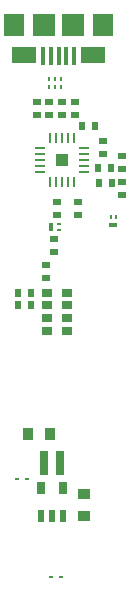
<source format=gbp>
G04 Layer_Color=128*
%FSLAX25Y25*%
%MOIN*%
G70*
G01*
G75*
%ADD13R,0.02756X0.01968*%
%ADD14R,0.03543X0.03937*%
%ADD19R,0.03937X0.03543*%
%ADD22R,0.02756X0.01575*%
%ADD23R,0.00984X0.01575*%
%ADD24R,0.01968X0.02756*%
%ADD41O,0.00984X0.03543*%
%ADD42O,0.03543X0.00984*%
%ADD43R,0.01417X0.00984*%
%ADD44R,0.02559X0.07874*%
%ADD45R,0.02756X0.03937*%
%ADD46R,0.02362X0.03937*%
%ADD47R,0.07480X0.07480*%
%ADD48R,0.07087X0.07480*%
%ADD49R,0.08268X0.05315*%
%ADD50R,0.01575X0.06299*%
%ADD51R,0.03543X0.02854*%
%ADD53R,0.01063X0.01279*%
%ADD54R,0.01575X0.00984*%
%ADD55R,0.01575X0.02756*%
%ADD99R,0.03858X0.03858*%
D13*
X954400Y476735D02*
D03*
Y481065D02*
D03*
X954300Y489765D02*
D03*
Y485435D02*
D03*
X947900Y490235D02*
D03*
Y494565D02*
D03*
X938600Y507565D02*
D03*
Y503235D02*
D03*
X925900Y507565D02*
D03*
Y503235D02*
D03*
X934267Y507615D02*
D03*
Y503285D02*
D03*
X930033Y507615D02*
D03*
Y503285D02*
D03*
X929000Y453465D02*
D03*
Y449135D02*
D03*
X932800Y469935D02*
D03*
Y474265D02*
D03*
X931800Y461965D02*
D03*
Y457635D02*
D03*
X939600Y470035D02*
D03*
Y474365D02*
D03*
D14*
X930440Y396900D02*
D03*
X922960D02*
D03*
D19*
X941700Y377140D02*
D03*
Y369660D02*
D03*
D22*
X951400Y466722D02*
D03*
D23*
X950514Y469478D02*
D03*
X952286D02*
D03*
D24*
X946535Y480700D02*
D03*
X950865D02*
D03*
X946435Y485800D02*
D03*
X950765D02*
D03*
X941035Y499500D02*
D03*
X945365D02*
D03*
X919570Y439852D02*
D03*
X923901D02*
D03*
X919570Y444052D02*
D03*
X923901D02*
D03*
D41*
X930426Y480900D02*
D03*
X932395D02*
D03*
X934363D02*
D03*
X936331D02*
D03*
X938300D02*
D03*
Y495664D02*
D03*
X936331D02*
D03*
X934363D02*
D03*
X932395D02*
D03*
X930426D02*
D03*
D42*
X941745Y484345D02*
D03*
Y486313D02*
D03*
Y488282D02*
D03*
Y490250D02*
D03*
Y492219D02*
D03*
X926981D02*
D03*
Y490250D02*
D03*
Y488282D02*
D03*
Y486313D02*
D03*
Y484345D02*
D03*
D43*
X919446Y381900D02*
D03*
X922754D02*
D03*
X930746Y349200D02*
D03*
X934054D02*
D03*
D44*
X928442Y387400D02*
D03*
X933757D02*
D03*
D45*
X927260Y379021D02*
D03*
X934740D02*
D03*
D46*
X927260Y369572D02*
D03*
X931000D02*
D03*
X934740D02*
D03*
D47*
X937900Y533400D02*
D03*
X928451D02*
D03*
D48*
X948136D02*
D03*
X918215D02*
D03*
D49*
X944790Y523361D02*
D03*
X921561D02*
D03*
D50*
X938294Y522868D02*
D03*
X935735D02*
D03*
X933176D02*
D03*
X930616D02*
D03*
X928057D02*
D03*
D51*
X936024Y431447D02*
D03*
Y435679D02*
D03*
Y439911D02*
D03*
Y444144D02*
D03*
X929331D02*
D03*
Y439911D02*
D03*
Y435679D02*
D03*
Y431447D02*
D03*
D53*
X929932Y515229D02*
D03*
X931900D02*
D03*
X933869D02*
D03*
Y512571D02*
D03*
X932000D02*
D03*
X929932D02*
D03*
D54*
X933378Y466886D02*
D03*
Y465114D02*
D03*
D55*
X930622Y466000D02*
D03*
D99*
X934363Y488282D02*
D03*
M02*

</source>
